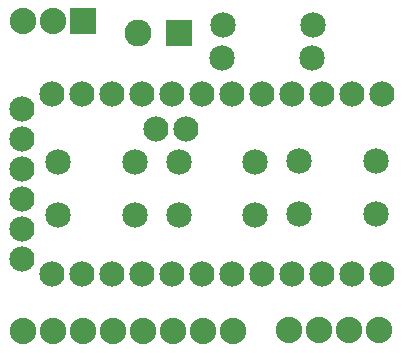
<source format=gbs>
G04 MADE WITH FRITZING*
G04 WWW.FRITZING.ORG*
G04 DOUBLE SIDED*
G04 HOLES PLATED*
G04 CONTOUR ON CENTER OF CONTOUR VECTOR*
%ASAXBY*%
%FSLAX23Y23*%
%MOIN*%
%OFA0B0*%
%SFA1.0B1.0*%
%ADD10C,0.085000*%
%ADD11C,0.088000*%
%ADD12C,0.090000*%
%ADD13C,0.084000*%
%ADD14R,0.088000X0.088000*%
%ADD15R,0.090000X0.090000*%
%LNMASK0*%
G90*
G70*
G54D10*
X781Y1048D03*
X1081Y1048D03*
X783Y1157D03*
X1083Y1157D03*
G54D11*
X317Y1169D03*
X217Y1169D03*
X117Y1169D03*
G54D10*
X233Y524D03*
X489Y524D03*
X233Y702D03*
X489Y702D03*
X233Y524D03*
X489Y524D03*
X233Y702D03*
X489Y702D03*
X635Y525D03*
X891Y525D03*
X635Y702D03*
X891Y702D03*
X635Y525D03*
X891Y525D03*
X635Y702D03*
X891Y702D03*
X1037Y526D03*
X1293Y526D03*
X1037Y703D03*
X1293Y703D03*
X1037Y526D03*
X1293Y526D03*
X1037Y703D03*
X1293Y703D03*
G54D12*
X638Y1130D03*
X501Y1130D03*
G54D11*
X1004Y140D03*
X1104Y140D03*
X1204Y140D03*
X1304Y140D03*
X818Y136D03*
X718Y136D03*
X618Y136D03*
X518Y136D03*
X418Y136D03*
X318Y136D03*
X218Y136D03*
X118Y136D03*
G54D13*
X114Y876D03*
X114Y776D03*
X114Y676D03*
X114Y576D03*
X114Y476D03*
X114Y376D03*
X214Y926D03*
X314Y926D03*
X414Y926D03*
X514Y926D03*
X614Y926D03*
X559Y811D03*
X659Y811D03*
X714Y926D03*
X814Y926D03*
X914Y926D03*
X1014Y926D03*
X1114Y926D03*
X1214Y926D03*
X1314Y926D03*
X1314Y326D03*
X1214Y326D03*
X1114Y326D03*
X1014Y326D03*
X914Y326D03*
X814Y326D03*
X714Y326D03*
X614Y326D03*
X514Y326D03*
X414Y326D03*
X314Y326D03*
X214Y326D03*
G54D14*
X317Y1169D03*
G54D15*
X638Y1130D03*
G04 End of Mask0*
M02*
</source>
